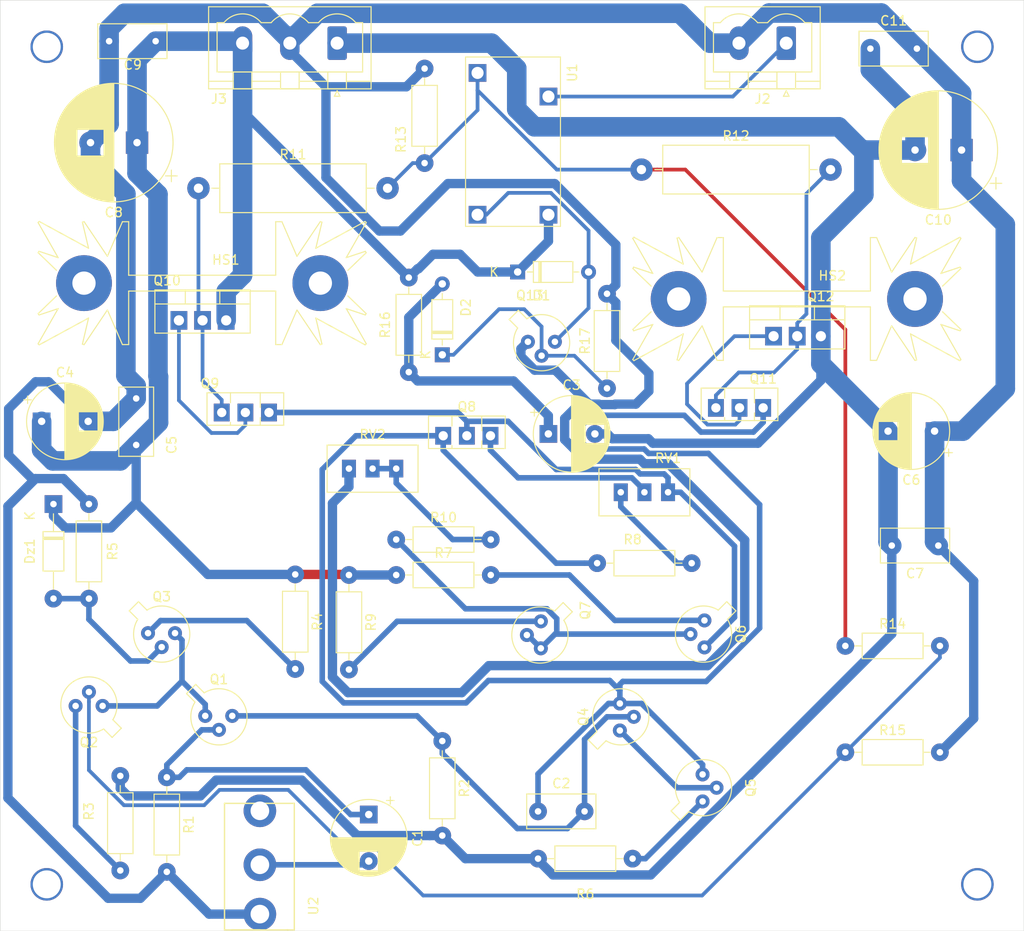
<source format=kicad_pcb>
(kicad_pcb (version 20171130) (host pcbnew "(5.1.5)-3")
  (title_block (title "Amplificateur audio") (date 2020-04-11) (rev V0) (company "INSA Toulouse") (comment 1 "Lenny Laffargue") (comment 2 "Maxime Ramiara") (comment 3 "Yiannis Manzo"))
  (layers (0 F.Cu signal hide) (31 B.Cu signal) (34 B.Paste user) (35 F.Paste user) (36 B.SilkS user) (37 F.SilkS user) (38 B.Mask user) (39 F.Mask user) (44 Edge.Cuts user))
  (net 0 "")
  (net 1 /C1_R1_Q1)
  (net 2 /Jack_T)
  (net 3 /Q5_Q8_Q4_C2)
  (net 4 /Sortie_EtageDiff)
  (net 5 -12V)
  (net 6 /R16_C3_D2)
  (net 7 +12V)
  (net 8 GND)
  (net 9 /Q13_R17)
  (net 10 /Dz1_R5_Q3)
  (net 11 /Relay_J2)
  (net 12 /Q1_Q2_Q3)
  (net 13 /Q3_R4)
  (net 14 /Q4_Q5)
  (net 15 /Q5_R6)
  (net 16 /Q6_R7)
  (net 17 /Q7_Q6)
  (net 18 /RV1_Q8_Q6)
  (net 19 /Q7_R9)
  (net 20 /Q10_Q9_R11)
  (net 21 /Q9_Q10)
  (net 22 /Q11_Q12)
  (net 23 /Q11_Q12_R12)
  (net 24 /R8_RV1)
  (net 25 /RV2_R10)
  (net 26 /Sorti_Push_Pull)
  (net 27 "Net-(U2-PadTN)")
  (net 28 /Relay_Q13)
  (net 29 /Q2_R3)
  (net 30 /Q2_R14_R15)
  (net 31 /Q8_RV2)
  (module CmpAmpliAudio:Relay_1CT (layer F.Cu) (at 100.2 74.3 90)
    (fp_text reference U1 (at 16.51 1.27 90) (layer F.SilkS))
    (fp_text value Relay_1CT)
    (pad c1 thru_hole custom (at 16.49 -8.91 270) (size 1.9 1.9) (drill 1.3) (layers *.Cu *.Mask) (net 26 /Sorti_Push_Pull) (options (clearance outline) (anchor rect)) (primitives))
    (pad b1 thru_hole custom (at 1.25 -8.91 270) (size 1.9 1.9) (drill 1.3) (layers *.Cu *.Mask) (net 28 /Relay_Q13) (options (clearance outline) (anchor rect)) (primitives))
    (pad c2 thru_hole custom (at 13.95 -1.29 270) (size 1.9 1.9) (drill 1.3) (layers *.Cu *.Mask) (net 11 /Relay_J2) (options (clearance outline) (anchor rect)) (primitives))
    (pad b2 thru_hole custom (at 1.25 -1.29 270) (size 1.9 1.9) (drill 1.3) (layers *.Cu *.Mask) (net 7 +12V) (options (clearance outline) (anchor rect)) (primitives))
  )
  (module CmpAmpliAudio:CP_Radial_D8.0mm_P5.00mm (layer F.Cu) (at 79.6 137.5 270)
    (fp_text reference C1 (at 2.5 -5.25 90) (layer F.SilkS))
    (fp_text value 47u)
    (pad 1 thru_hole rect (at 0 0 270) (size 1.9 1.9) (drill 0.8) (layers *.Cu *.Mask) (net 1 /C1_R1_Q1))
    (pad 2 thru_hole circle (at 5 0 270) (size 1.9 1.9) (drill 0.8) (layers *.Cu *.Mask) (net 2 /Jack_T))
  )
  (module CmpAmpliAudio:C_Rect_L7.2mm_W3.5mm_P5.00mm_FKS2_FKP2_MKS2_MKP2 (layer F.Cu) (at 97.79 137.16)
    (fp_text reference C2 (at 2.5 -3) (layer F.SilkS))
    (fp_text value C)
    (pad 1 thru_hole circle (at 0 0) (size 1.9 1.9) (drill 0.7) (layers *.Cu *.Mask) (net 3 /Q5_Q8_Q4_C2))
    (pad 2 thru_hole circle (at 5 0) (size 1.9 1.9) (drill 0.7) (layers *.Cu *.Mask) (net 4 /Sortie_EtageDiff))
  )
  (module CmpAmpliAudio:CP_Radial_D8.0mm_P5.00mm (layer F.Cu) (at 98.9 96.6)
    (fp_text reference C3 (at 2.5 -5.25) (layer F.SilkS))
    (fp_text value 47u)
    (pad 2 thru_hole circle (at 5 0) (size 1.9 1.9) (drill 0.8) (layers *.Cu *.Mask) (net 5 -12V))
    (pad 1 thru_hole rect (at 0 0) (size 1.9 1.9) (drill 0.8) (layers *.Cu *.Mask) (net 6 /R16_C3_D2))
  )
  (module CmpAmpliAudio:CP_Radial_D8.0mm_P5.00mm (layer F.Cu) (at 44.45 95.25)
    (fp_text reference C4 (at 2.5 -5.25) (layer F.SilkS))
    (fp_text value 10u)
    (pad 1 thru_hole rect (at 0 0) (size 1.9 1.9) (drill 0.8) (layers *.Cu *.Mask) (net 7 +12V))
    (pad 2 thru_hole circle (at 5 0) (size 1.9 1.9) (drill 0.8) (layers *.Cu *.Mask) (net 8 GND))
  )
  (module CmpAmpliAudio:C_Rect_L7.2mm_W3.5mm_P5.00mm_FKS2_FKP2_MKS2_MKP2 (layer F.Cu) (at 54.61 97.79 90)
    (fp_text reference C5 (at 0 3.81 90) (layer F.SilkS))
    (fp_text value 100n)
    (pad 1 thru_hole circle (at 0 0 90) (size 1.9 1.9) (drill 0.7) (layers *.Cu *.Mask) (net 7 +12V))
    (pad 2 thru_hole circle (at 5 0 90) (size 1.9 1.9) (drill 0.7) (layers *.Cu *.Mask) (net 8 GND))
  )
  (module CmpAmpliAudio:CP_Radial_D8.0mm_P5.00mm (layer F.Cu) (at 140.4 96.3 180)
    (fp_text reference C6 (at 2.5 -5.25) (layer F.SilkS))
    (fp_text value 10u)
    (pad 2 thru_hole circle (at 5 0 180) (size 1.9 1.9) (drill 0.8) (layers *.Cu *.Mask) (net 5 -12V))
    (pad 1 thru_hole rect (at 0 0 180) (size 1.9 1.9) (drill 0.8) (layers *.Cu *.Mask) (net 8 GND))
  )
  (module CmpAmpliAudio:C_Rect_L7.2mm_W3.5mm_P5.00mm_FKS2_FKP2_MKS2_MKP2 (layer F.Cu) (at 140.8 108.6 180)
    (fp_text reference C7 (at 2.5 -3) (layer F.SilkS))
    (fp_text value 100n)
    (pad 2 thru_hole circle (at 5 0 180) (size 1.9 1.9) (drill 0.7) (layers *.Cu *.Mask) (net 5 -12V))
    (pad 1 thru_hole circle (at 0 0 180) (size 1.9 1.9) (drill 0.7) (layers *.Cu *.Mask) (net 8 GND))
  )
  (module CmpAmpliAudio:CP_Radial_D12.5mm_P5.00mm (layer F.Cu) (at 54.7 65.3 180)
    (fp_text reference C8 (at 2.5 -7.5) (layer F.SilkS))
    (fp_text value 470u)
    (pad 2 thru_hole circle (at 5 0 180) (size 2.4 2.4) (drill 0.8) (layers *.Cu *.Mask) (net 8 GND))
    (pad 1 thru_hole rect (at 0 0 180) (size 2.4 2.4) (drill 0.8) (layers *.Cu *.Mask) (net 7 +12V))
  )
  (module CmpAmpliAudio:C_Rect_L7.2mm_W3.5mm_P5.00mm_FKS2_FKP2_MKS2_MKP2 (layer F.Cu) (at 51.7 54.4)
    (fp_text reference C9 (at 2.54 2.54) (layer F.SilkS))
    (fp_text value 100n)
    (pad 2 thru_hole circle (at 5 0) (size 1.9 1.9) (drill 0.7) (layers *.Cu *.Mask) (net 7 +12V))
    (pad 1 thru_hole circle (at 0 0) (size 1.9 1.9) (drill 0.7) (layers *.Cu *.Mask) (net 8 GND))
  )
  (module CmpAmpliAudio:CP_Radial_D12.5mm_P5.00mm (layer F.Cu) (at 143.3 66.1 180)
    (fp_text reference C10 (at 2.5 -7.5) (layer F.SilkS))
    (fp_text value 470u)
    (pad 1 thru_hole rect (at 0 0 180) (size 2.4 2.4) (drill 0.8) (layers *.Cu *.Mask) (net 8 GND))
    (pad 2 thru_hole circle (at 5 0 180) (size 2.4 2.4) (drill 0.8) (layers *.Cu *.Mask) (net 5 -12V))
  )
  (module CmpAmpliAudio:C_Rect_L7.2mm_W3.5mm_P5.00mm_FKS2_FKP2_MKS2_MKP2 (layer F.Cu) (at 133.5 55.2)
    (fp_text reference C11 (at 2.5 -3) (layer F.SilkS))
    (fp_text value 100n)
    (pad 2 thru_hole circle (at 5 0) (size 1.9 1.9) (drill 0.7) (layers *.Cu *.Mask) (net 8 GND))
    (pad 1 thru_hole circle (at 0 0) (size 1.9 1.9) (drill 0.7) (layers *.Cu *.Mask) (net 5 -12V))
  )
  (module Diode_THT:D_DO-35_SOD27_P7.62mm_Horizontal (layer F.Cu) (at 95.6 79.2)
    (fp_text reference D1 (at 2.54 2.54) (layer F.SilkS))
    (fp_text value 1N4148)
    (fp_text user K (at -2.54 0) (layer F.SilkS))
    (pad 2 thru_hole oval (at 7.62 0) (size 1.6 1.6) (drill 0.8) (layers *.Cu *.Mask) (net 28 /Relay_Q13))
    (pad 1 thru_hole rect (at 0 0) (size 1.6 1.6) (drill 0.8) (layers *.Cu *.Mask) (net 7 +12V))
  )
  (module Diode_THT:D_DO-35_SOD27_P7.62mm_Horizontal (layer F.Cu) (at 87.5 88.1 90)
    (fp_text reference D2 (at 5.08 2.54 90) (layer F.SilkS))
    (fp_text value 1N4148)
    (fp_text user K (at 0 -1.8 90) (layer F.SilkS))
    (pad 1 thru_hole rect (at 0 0 90) (size 1.6 1.6) (drill 0.8) (layers *.Cu *.Mask) (net 9 /Q13_R17))
    (pad 2 thru_hole oval (at 7.62 0 90) (size 1.6 1.6) (drill 0.8) (layers *.Cu *.Mask) (net 6 /R16_C3_D2))
  )
  (module CmpAmpliAudio:D_DO-35_SOD27_P10.16mm_Horizontal (layer F.Cu) (at 45.72 104.14 270)
    (fp_text reference Dz1 (at 5.08 2.54 90) (layer F.SilkS))
    (fp_text value BZX55C5V1)
    (fp_text user K (at 1.27 2.54 90) (layer F.SilkS))
    (pad 1 thru_hole rect (at 0 0 270) (size 1.9 1.9) (drill 0.7) (layers *.Cu *.Mask) (net 7 +12V))
    (pad 2 thru_hole oval (at 10.16 0 270) (size 1.9 1.9) (drill 0.7) (layers *.Cu *.Mask) (net 10 /Dz1_R5_Q3))
  )
  (module CmpAmpliAudio:Heatsink_Fischer_SK104-STC-STIC_35x13mm_2xDrill2.5mm (layer F.Cu) (at 61.7 80.4)
    (fp_text reference HS1 (at 2.54 -2.5) (layer F.SilkS))
    (fp_text value Heatsink)
    (pad 1 thru_hole circle (at -12.7 0 180) (size 6 6) (drill 2.5) (layers *.Cu *.Mask))
    (pad 1 thru_hole circle (at 12.7 0) (size 6 6) (drill 2.5) (layers *.Cu *.Mask))
  )
  (module CmpAmpliAudio:Heatsink_Fischer_SK104-STC-STIC_35x13mm_2xDrill2.5mm (layer F.Cu) (at 125.6 82.1)
    (fp_text reference HS2 (at 3.81 -2.5) (layer F.SilkS))
    (fp_text value Heatsink)
    (pad 1 thru_hole circle (at 12.7 0) (size 6 6) (drill 2.5) (layers *.Cu *.Mask))
    (pad 1 thru_hole circle (at -12.7 0 180) (size 6 6) (drill 2.5) (layers *.Cu *.Mask))
  )
  (module CmpAmpliAudio:PhoenixContact_MSTBVA_2,5_2-G-5,08_1x02_P5.08mm_Vertical (layer F.Cu) (at 124.46 54.61 180)
    (fp_text reference J2 (at 2.54 -6) (layer F.SilkS))
    (fp_text value Conn_01x02)
    (pad 2 thru_hole oval (at 5.08 0 180) (size 2.08 3.6) (drill 1.4) (layers *.Cu *.Mask) (net 8 GND))
    (pad 1 thru_hole roundrect (at 0 0 180) (size 2.08 3.6) (drill 1.4) (layers *.Cu *.Mask) (roundrect_rratio 0.120192) (net 11 /Relay_J2))
  )
  (module CmpAmpliAudio:PhoenixContact_MSTBVA_2,5_3-G-5,08_1x03_P5.08mm_Vertical (layer F.Cu) (at 76.2 54.61 180)
    (fp_text reference J3 (at 12.7 -6) (layer F.SilkS))
    (fp_text value Conn_01x03)
    (pad 1 thru_hole roundrect (at 0 0 180) (size 2.08 3.6) (drill 1.4) (layers *.Cu *.Mask) (roundrect_rratio 0.120192) (net 5 -12V))
    (pad 2 thru_hole oval (at 5.08 0 180) (size 2.08 3.6) (drill 1.4) (layers *.Cu *.Mask) (net 8 GND))
    (pad 3 thru_hole oval (at 10.16 0 180) (size 2.08 3.6) (drill 1.4) (layers *.Cu *.Mask) (net 7 +12V))
  )
  (module CmpAmpliAudio:TO-18-3 (layer F.Cu) (at 62.23 127)
    (fp_text reference Q1 (at 1.27 -4.02) (layer F.SilkS))
    (fp_text value 2N2907)
    (pad 1 thru_hole circle (at -0.2 -0.1) (size 1.5 1.5) (drill 0.7) (layers *.Cu *.Mask) (net 12 /Q1_Q2_Q3))
    (pad 2 thru_hole circle (at 1.27 1.4) (size 1.5 1.5) (drill 0.7) (layers *.Cu *.Mask) (net 1 /C1_R1_Q1))
    (pad 3 thru_hole circle (at 2.7 -0.1) (size 1.5 1.5) (drill 0.7) (layers *.Cu *.Mask) (net 4 /Sortie_EtageDiff))
  )
  (module CmpAmpliAudio:TO-18-3 (layer F.Cu) (at 50.8 125.73 180)
    (fp_text reference Q2 (at 1.27 -4.02) (layer F.SilkS))
    (fp_text value 2N2907)
    (pad 3 thru_hole circle (at 2.7 -0.1 180) (size 1.5 1.5) (drill 0.7) (layers *.Cu *.Mask) (net 29 /Q2_R3))
    (pad 2 thru_hole circle (at 1.27 1.4 180) (size 1.5 1.5) (drill 0.7) (layers *.Cu *.Mask) (net 30 /Q2_R14_R15))
    (pad 1 thru_hole circle (at -0.2 -0.1 180) (size 1.5 1.5) (drill 0.7) (layers *.Cu *.Mask) (net 12 /Q1_Q2_Q3))
  )
  (module CmpAmpliAudio:TO-18-3 (layer F.Cu) (at 56.08 118.11)
    (fp_text reference Q3 (at 1.27 -4.02) (layer F.SilkS))
    (fp_text value 2N2907)
    (pad 3 thru_hole circle (at 2.7 -0.1) (size 1.5 1.5) (drill 0.7) (layers *.Cu *.Mask) (net 12 /Q1_Q2_Q3))
    (pad 2 thru_hole circle (at 1.27 1.4) (size 1.5 1.5) (drill 0.7) (layers *.Cu *.Mask) (net 10 /Dz1_R5_Q3))
    (pad 1 thru_hole circle (at -0.2 -0.1) (size 1.5 1.5) (drill 0.7) (layers *.Cu *.Mask) (net 13 /Q3_R4))
  )
  (module CmpAmpliAudio:TO-18-3 (layer F.Cu) (at 106.68 128.27 90)
    (fp_text reference Q4 (at 1.27 -4.02 90) (layer F.SilkS))
    (fp_text value 2N2222)
    (pad 1 thru_hole circle (at -0.2 -0.1 90) (size 1.5 1.5) (drill 0.7) (layers *.Cu *.Mask) (net 14 /Q4_Q5))
    (pad 2 thru_hole circle (at 1.27 1.4 90) (size 1.5 1.5) (drill 0.7) (layers *.Cu *.Mask) (net 4 /Sortie_EtageDiff))
    (pad 3 thru_hole circle (at 2.7 -0.1 90) (size 1.5 1.5) (drill 0.7) (layers *.Cu *.Mask) (net 3 /Q5_Q8_Q4_C2))
  )
  (module CmpAmpliAudio:TO-18-3 (layer F.Cu) (at 115.57 135.89 90)
    (fp_text reference Q5 (at 1.27 5.08 90) (layer F.SilkS))
    (fp_text value 2N2222)
    (pad 3 thru_hole circle (at 2.7 -0.1 90) (size 1.5 1.5) (drill 0.7) (layers *.Cu *.Mask) (net 3 /Q5_Q8_Q4_C2))
    (pad 2 thru_hole circle (at 1.27 1.4 90) (size 1.5 1.5) (drill 0.7) (layers *.Cu *.Mask) (net 14 /Q4_Q5))
    (pad 1 thru_hole circle (at -0.2 -0.1 90) (size 1.5 1.5) (drill 0.7) (layers *.Cu *.Mask) (net 15 /Q5_R6))
  )
  (module CmpAmpliAudio:TO-18-3 (layer F.Cu) (at 115.57 116.84 270)
    (fp_text reference Q6 (at 1.27 -4.02 90) (layer F.SilkS))
    (fp_text value 2N2907)
    (pad 1 thru_hole circle (at -0.2 -0.1 270) (size 1.5 1.5) (drill 0.7) (layers *.Cu *.Mask) (net 16 /Q6_R7))
    (pad 2 thru_hole circle (at 1.27 1.4 270) (size 1.5 1.5) (drill 0.7) (layers *.Cu *.Mask) (net 17 /Q7_Q6))
    (pad 3 thru_hole circle (at 2.7 -0.1 270) (size 1.5 1.5) (drill 0.7) (layers *.Cu *.Mask) (net 18 /RV1_Q8_Q6))
  )
  (module CmpAmpliAudio:TO-18-3 (layer F.Cu) (at 97.99 116.94 270)
    (fp_text reference Q7 (at -1.37 -4.88 90) (layer F.SilkS))
    (fp_text value 2N2907)
    (pad 3 thru_hole circle (at 2.7 -0.1 270) (size 1.5 1.5) (drill 0.7) (layers *.Cu *.Mask) (net 17 /Q7_Q6))
    (pad 2 thru_hole circle (at 1.27 1.4 270) (size 1.5 1.5) (drill 0.7) (layers *.Cu *.Mask) (net 17 /Q7_Q6))
    (pad 1 thru_hole circle (at -0.2 -0.1 270) (size 1.5 1.5) (drill 0.7) (layers *.Cu *.Mask) (net 19 /Q7_R9))
  )
  (module CmpAmpliAudio:TO-126-3_Vertical (layer F.Cu) (at 87.6 96.8)
    (fp_text reference Q8 (at 2.54 -3.12) (layer F.SilkS))
    (fp_text value BD139)
    (pad 1 thru_hole rect (at 0 0) (size 1.7 1.9) (drill 1) (layers *.Cu *.Mask) (net 3 /Q5_Q8_Q4_C2))
    (pad 2 thru_hole rect (at 2.54 0) (size 1.7 1.9) (drill 1) (layers *.Cu *.Mask) (net 18 /RV1_Q8_Q6))
    (pad 3 thru_hole rect (at 5.08 0) (size 1.7 1.9) (drill 1) (layers *.Cu *.Mask) (net 31 /Q8_RV2))
  )
  (module CmpAmpliAudio:TO-126-3_Vertical (layer F.Cu) (at 63.8 94.3)
    (fp_text reference Q9 (at -1.27 -3.12) (layer F.SilkS))
    (fp_text value BD139)
    (pad 1 thru_hole rect (at 0 0) (size 1.7 1.9) (drill 1) (layers *.Cu *.Mask) (net 20 /Q10_Q9_R11))
    (pad 2 thru_hole rect (at 2.54 0) (size 1.7 1.9) (drill 1) (layers *.Cu *.Mask) (net 21 /Q9_Q10))
    (pad 3 thru_hole rect (at 5.08 0) (size 1.7 1.9) (drill 1) (layers *.Cu *.Mask) (net 18 /RV1_Q8_Q6))
  )
  (module CmpAmpliAudio:TO-220-3_Vertical (layer F.Cu) (at 59.2 84.4)
    (fp_text reference Q10 (at -1.27 -4.27) (layer F.SilkS))
    (fp_text value TIP32)
    (pad 1 thru_hole rect (at 0 0) (size 1.8 2) (drill 1.1) (layers *.Cu *.Mask) (net 21 /Q9_Q10))
    (pad 2 thru_hole rect (at 2.54 0) (size 1.8 2) (drill 1.1) (layers *.Cu *.Mask) (net 20 /Q10_Q9_R11))
    (pad 3 thru_hole rect (at 5.08 0) (size 1.8 2) (drill 1.1) (layers *.Cu *.Mask) (net 7 +12V))
  )
  (module CmpAmpliAudio:TO-126-3_Vertical (layer F.Cu) (at 116.9 93.8)
    (fp_text reference Q11 (at 5.08 -3.12) (layer F.SilkS))
    (fp_text value BD138)
    (pad 3 thru_hole rect (at 5.08 0) (size 1.7 1.9) (drill 1) (layers *.Cu *.Mask) (net 3 /Q5_Q8_Q4_C2))
    (pad 2 thru_hole rect (at 2.54 0) (size 1.7 1.9) (drill 1) (layers *.Cu *.Mask) (net 22 /Q11_Q12))
    (pad 1 thru_hole rect (at 0 0) (size 1.7 1.9) (drill 1) (layers *.Cu *.Mask) (net 23 /Q11_Q12_R12))
  )
  (module CmpAmpliAudio:TO-220-3_Vertical (layer F.Cu) (at 123.1 86.1)
    (fp_text reference Q12 (at 5.08 -4.27) (layer F.SilkS))
    (fp_text value TIP31)
    (pad 3 thru_hole rect (at 5.08 0) (size 1.8 2) (drill 1.1) (layers *.Cu *.Mask) (net 5 -12V))
    (pad 2 thru_hole rect (at 2.54 0) (size 1.8 2) (drill 1.1) (layers *.Cu *.Mask) (net 23 /Q11_Q12_R12))
    (pad 1 thru_hole rect (at 0 0) (size 1.8 2) (drill 1.1) (layers *.Cu *.Mask) (net 22 /Q11_Q12))
  )
  (module CmpAmpliAudio:TO-18-3 (layer F.Cu) (at 96.9 86.8)
    (fp_text reference Q13 (at 0 -5.08) (layer F.SilkS))
    (fp_text value 2N2222)
    (pad 1 thru_hole circle (at -0.2 -0.1) (size 1.5 1.5) (drill 0.7) (layers *.Cu *.Mask) (net 8 GND))
    (pad 2 thru_hole circle (at 1.27 1.4) (size 1.5 1.5) (drill 0.7) (layers *.Cu *.Mask) (net 9 /Q13_R17))
    (pad 3 thru_hole circle (at 2.7 -0.1) (size 1.5 1.5) (drill 0.7) (layers *.Cu *.Mask) (net 28 /Relay_Q13))
  )
  (module CmpAmpliAudio:R_Axial_DIN0207_L6.3mm_D2.5mm_P10.16mm_Horizontal (layer F.Cu) (at 57.9 133.5 270)
    (fp_text reference R1 (at 5.08 -2.37 90) (layer F.SilkS))
    (fp_text value R)
    (pad 1 thru_hole circle (at 0 0 270) (size 1.9 1.9) (drill 0.7) (layers *.Cu *.Mask) (net 1 /C1_R1_Q1))
    (pad 2 thru_hole circle (at 10.16 0 270) (size 1.9 1.9) (drill 0.7) (layers *.Cu *.Mask) (net 8 GND))
  )
  (module CmpAmpliAudio:R_Axial_DIN0207_L6.3mm_D2.5mm_P10.16mm_Horizontal (layer F.Cu) (at 87.5 129.6 270)
    (fp_text reference R2 (at 5.08 -2.37 90) (layer F.SilkS))
    (fp_text value R)
    (pad 2 thru_hole circle (at 10.16 0 270) (size 1.9 1.9) (drill 0.7) (layers *.Cu *.Mask) (net 5 -12V))
    (pad 1 thru_hole circle (at 0 0 270) (size 1.9 1.9) (drill 0.7) (layers *.Cu *.Mask) (net 4 /Sortie_EtageDiff))
  )
  (module CmpAmpliAudio:R_Axial_DIN0207_L6.3mm_D2.5mm_P10.16mm_Horizontal (layer F.Cu) (at 52.9 143.51 90)
    (fp_text reference R3 (at 6.35 -3.37 90) (layer F.SilkS))
    (fp_text value R)
    (pad 1 thru_hole circle (at 0 0 90) (size 1.9 1.9) (drill 0.7) (layers *.Cu *.Mask) (net 29 /Q2_R3))
    (pad 2 thru_hole circle (at 10.16 0 90) (size 1.9 1.9) (drill 0.7) (layers *.Cu *.Mask) (net 5 -12V))
  )
  (module CmpAmpliAudio:R_Axial_DIN0207_L6.3mm_D2.5mm_P10.16mm_Horizontal (layer F.Cu) (at 71.7 111.7 270)
    (fp_text reference R4 (at 5.08 -2.37 90) (layer F.SilkS))
    (fp_text value R)
    (pad 1 thru_hole circle (at 0 0 270) (size 1.9 1.9) (drill 0.7) (layers *.Cu *.Mask) (net 7 +12V))
    (pad 2 thru_hole circle (at 10.16 0 270) (size 1.9 1.9) (drill 0.7) (layers *.Cu *.Mask) (net 13 /Q3_R4))
  )
  (module CmpAmpliAudio:R_Axial_DIN0207_L6.3mm_D2.5mm_P10.16mm_Horizontal (layer F.Cu) (at 49.53 114.3 90)
    (fp_text reference R5 (at 5.08 2.54 90) (layer F.SilkS))
    (fp_text value R)
    (pad 1 thru_hole circle (at 0 0 90) (size 1.9 1.9) (drill 0.7) (layers *.Cu *.Mask) (net 10 /Dz1_R5_Q3))
    (pad 2 thru_hole circle (at 10.16 0 90) (size 1.9 1.9) (drill 0.7) (layers *.Cu *.Mask) (net 8 GND))
  )
  (module CmpAmpliAudio:R_Axial_DIN0207_L6.3mm_D2.5mm_P10.16mm_Horizontal (layer F.Cu) (at 107.95 142.24 180)
    (fp_text reference R6 (at 5.08 -3.81) (layer F.SilkS))
    (fp_text value R)
    (pad 1 thru_hole circle (at 0 0 180) (size 1.9 1.9) (drill 0.7) (layers *.Cu *.Mask) (net 15 /Q5_R6))
    (pad 2 thru_hole circle (at 10.16 0 180) (size 1.9 1.9) (drill 0.7) (layers *.Cu *.Mask) (net 5 -12V))
  )
  (module CmpAmpliAudio:R_Axial_DIN0207_L6.3mm_D2.5mm_P10.16mm_Horizontal (layer F.Cu) (at 82.55 111.76)
    (fp_text reference R7 (at 5.08 -2.37) (layer F.SilkS))
    (fp_text value R)
    (pad 2 thru_hole circle (at 10.16 0) (size 1.9 1.9) (drill 0.7) (layers *.Cu *.Mask) (net 16 /Q6_R7))
    (pad 1 thru_hole circle (at 0 0) (size 1.9 1.9) (drill 0.7) (layers *.Cu *.Mask) (net 7 +12V))
  )
  (module CmpAmpliAudio:R_Axial_DIN0207_L6.3mm_D2.5mm_P10.16mm_Horizontal (layer F.Cu) (at 104.14 110.49)
    (fp_text reference R8 (at 3.81 -2.54) (layer F.SilkS))
    (fp_text value R)
    (pad 2 thru_hole circle (at 10.16 0) (size 1.9 1.9) (drill 0.7) (layers *.Cu *.Mask) (net 24 /R8_RV1))
    (pad 1 thru_hole circle (at 0 0) (size 1.9 1.9) (drill 0.7) (layers *.Cu *.Mask) (net 3 /Q5_Q8_Q4_C2))
  )
  (module CmpAmpliAudio:R_Axial_DIN0207_L6.3mm_D2.5mm_P10.16mm_Horizontal (layer F.Cu) (at 77.47 111.76 270)
    (fp_text reference R9 (at 5.08 -2.37 90) (layer F.SilkS))
    (fp_text value R)
    (pad 1 thru_hole circle (at 0 0 270) (size 1.9 1.9) (drill 0.7) (layers *.Cu *.Mask) (net 7 +12V))
    (pad 2 thru_hole circle (at 10.16 0 270) (size 1.9 1.9) (drill 0.7) (layers *.Cu *.Mask) (net 19 /Q7_R9))
  )
  (module CmpAmpliAudio:R_Axial_DIN0207_L6.3mm_D2.5mm_P10.16mm_Horizontal (layer F.Cu) (at 82.55 107.95)
    (fp_text reference R10 (at 5.08 -2.37) (layer F.SilkS))
    (fp_text value R)
    (pad 1 thru_hole circle (at 0 0) (size 1.9 1.9) (drill 0.7) (layers *.Cu *.Mask) (net 17 /Q7_Q6))
    (pad 2 thru_hole circle (at 10.16 0) (size 1.9 1.9) (drill 0.7) (layers *.Cu *.Mask) (net 25 /RV2_R10))
  )
  (module CmpAmpliAudio:R_Axial_DIN0516_L15.5mm_D5.0mm_P20.32mm_Horizontal (layer F.Cu) (at 61.3 70.2)
    (fp_text reference R11 (at 10.16 -3.62) (layer F.SilkS))
    (fp_text value R)
    (pad 1 thru_hole circle (at 0 0) (size 2.4 2.4) (drill 1) (layers *.Cu *.Mask) (net 20 /Q10_Q9_R11))
    (pad 2 thru_hole oval (at 20.32 0) (size 2.4 2.4) (drill 1) (layers *.Cu *.Mask) (net 26 /Sorti_Push_Pull))
  )
  (module CmpAmpliAudio:R_Axial_DIN0516_L15.5mm_D5.0mm_P20.32mm_Horizontal (layer F.Cu) (at 108.9 68.2)
    (fp_text reference R12 (at 10.16 -3.62) (layer F.SilkS))
    (fp_text value R)
    (pad 2 thru_hole oval (at 20.32 0) (size 2.4 2.4) (drill 1) (layers *.Cu *.Mask) (net 23 /Q11_Q12_R12))
    (pad 1 thru_hole circle (at 0 0) (size 2.4 2.4) (drill 1) (layers *.Cu *.Mask) (net 26 /Sorti_Push_Pull))
  )
  (module CmpAmpliAudio:R_Axial_DIN0207_L6.3mm_D2.5mm_P10.16mm_Horizontal (layer F.Cu) (at 85.6 67.5 90)
    (fp_text reference R13 (at 2.54 -2.54 90) (layer F.SilkS))
    (fp_text value R)
    (pad 2 thru_hole circle (at 10.16 0 90) (size 1.9 1.9) (drill 0.7) (layers *.Cu *.Mask) (net 8 GND))
    (pad 1 thru_hole circle (at 0 0 90) (size 1.9 1.9) (drill 0.7) (layers *.Cu *.Mask) (net 26 /Sorti_Push_Pull))
  )
  (module CmpAmpliAudio:R_Axial_DIN0207_L6.3mm_D2.5mm_P10.16mm_Horizontal (layer F.Cu) (at 130.81 119.38)
    (fp_text reference R14 (at 5.08 -2.37) (layer F.SilkS))
    (fp_text value R)
    (pad 2 thru_hole circle (at 10.16 0) (size 1.9 1.9) (drill 0.7) (layers *.Cu *.Mask) (net 30 /Q2_R14_R15))
    (pad 1 thru_hole circle (at 0 0) (size 1.9 1.9) (drill 0.7) (layers *.Cu *.Mask) (net 26 /Sorti_Push_Pull))
  )
  (module CmpAmpliAudio:R_Axial_DIN0207_L6.3mm_D2.5mm_P10.16mm_Horizontal (layer F.Cu) (at 130.81 130.81)
    (fp_text reference R15 (at 5.08 -2.37) (layer F.SilkS))
    (fp_text value R)
    (pad 1 thru_hole circle (at 0 0) (size 1.9 1.9) (drill 0.7) (layers *.Cu *.Mask) (net 30 /Q2_R14_R15))
    (pad 2 thru_hole circle (at 10.16 0) (size 1.9 1.9) (drill 0.7) (layers *.Cu *.Mask) (net 8 GND))
  )
  (module CmpAmpliAudio:R_Axial_DIN0207_L6.3mm_D2.5mm_P10.16mm_Horizontal (layer F.Cu) (at 83.9 79.8 270)
    (fp_text reference R16 (at 5.08 2.54 90) (layer F.SilkS))
    (fp_text value R)
    (pad 2 thru_hole circle (at 10.16 0 270) (size 1.9 1.9) (drill 0.7) (layers *.Cu *.Mask) (net 6 /R16_C3_D2))
    (pad 1 thru_hole circle (at 0 0 270) (size 1.9 1.9) (drill 0.7) (layers *.Cu *.Mask) (net 7 +12V))
  )
  (module CmpAmpliAudio:R_Axial_DIN0207_L6.3mm_D2.5mm_P10.16mm_Horizontal (layer F.Cu) (at 105.2 91.7 90)
    (fp_text reference R17 (at 5.08 -2.37 90) (layer F.SilkS))
    (fp_text value R)
    (pad 2 thru_hole circle (at 10.16 0 90) (size 1.9 1.9) (drill 0.7) (layers *.Cu *.Mask) (net 8 GND))
    (pad 1 thru_hole circle (at 0 0 90) (size 1.9 1.9) (drill 0.7) (layers *.Cu *.Mask) (net 9 /Q13_R17))
  )
  (module CmpAmpliAudio:Potentiometer_Bourns_3296W_Vertical (layer F.Cu) (at 111.76 102.87)
    (fp_text reference RV1 (at 0 -3.66) (layer F.SilkS))
    (fp_text value R_POT)
    (pad 3 thru_hole rect (at -5.08 0) (size 1.5 1.9) (drill 0.7) (layers *.Cu *.Mask) (net 24 /R8_RV1))
    (pad 2 thru_hole rect (at -2.54 0) (size 1.5 1.9) (drill 0.7) (layers *.Cu *.Mask) (net 31 /Q8_RV2))
    (pad 1 thru_hole rect (at 0 0) (size 1.5 1.9) (drill 0.7) (layers *.Cu *.Mask) (net 18 /RV1_Q8_Q6))
  )
  (module CmpAmpliAudio:Potentiometer_Bourns_3296W_Vertical (layer F.Cu) (at 82.55 100.33)
    (fp_text reference RV2 (at -2.54 -3.66) (layer F.SilkS))
    (fp_text value R_POT)
    (pad 1 thru_hole rect (at 0 0) (size 1.5 1.9) (drill 0.7) (layers *.Cu *.Mask) (net 25 /RV2_R10))
    (pad 2 thru_hole rect (at -2.54 0) (size 1.5 1.9) (drill 0.7) (layers *.Cu *.Mask) (net 25 /RV2_R10))
    (pad 3 thru_hole rect (at -5.08 0) (size 1.5 1.9) (drill 0.7) (layers *.Cu *.Mask) (net 8 GND))
  )
  (module CmpAmpliAudio:Jack_35RAPC2AV (layer F.Cu) (at 67.9 150.3 90)
    (fp_text reference U2 (at 2.98 5.76 90) (layer F.SilkS))
    (fp_text value Jack_Mono)
    (pad TN thru_hole circle (at 13.2 0 90) (size 3.5 3.5) (drill 2) (layers *.Cu *.Mask) (net 27 "Net-(U2-PadTN)"))
    (pad G thru_hole circle (at 2.1 0 90) (size 3.5 3.5) (drill 2) (layers *.Cu *.Mask) (net 8 GND))
    (pad T thru_hole circle (at 7.4 0 90) (size 3.5 3.5) (drill 2) (layers *.Cu *.Mask) (net 2 /Jack_T))
  )
  (gr_line (start 40 50) (end 40 150) (layer Edge.Cuts) (width 0.05))
  (gr_line (start 150 50) (end 40 50) (layer Edge.Cuts) (width 0.05))
  (gr_line (start 150 150) (end 150 50) (layer Edge.Cuts) (width 0.05))
  (gr_line (start 40 150) (end 150 150) (layer Edge.Cuts) (width 0.05))
  (via (at 45 55) (size 3.5) (drill 3) (layers F.Cu B.Cu) (net 0))
  (via (at 145 55) (size 3.5) (drill 3) (layers F.Cu B.Cu) (net 0))
  (via (at 145 145) (size 3.5) (drill 3) (layers F.Cu B.Cu) (net 0))
  (via (at 45 145) (size 3.5) (drill 3) (layers F.Cu B.Cu) (net 0))
  (segment (start 61.656498 128.4) (end 62.43934 128.4) (width 0.6) (layer B.Cu) (net 1))
  (segment (start 57.9 132.156498) (end 61.656498 128.4) (width 0.6) (layer B.Cu) (net 1))
  (segment (start 62.43934 128.4) (end 63.5 128.4) (width 0.6) (layer B.Cu) (net 1))
  (segment (start 57.9 133.5) (end 57.9 132.156498) (width 0.6) (layer B.Cu) (net 1))
  (segment (start 72.85 132.7) (end 60.043502 132.7) (width 0.6) (layer B.Cu) (net 1))
  (segment (start 59.243502 133.5) (end 57.9 133.5) (width 0.6) (layer B.Cu) (net 1))
  (segment (start 60.043502 132.7) (end 59.243502 133.5) (width 0.6) (layer B.Cu) (net 1))
  (segment (start 79.6 137.5) (end 77.65 137.5) (width 0.6) (layer B.Cu) (net 1))
  (segment (start 77.65 137.5) (end 72.85 132.7) (width 0.6) (layer B.Cu) (net 1))
  (segment (start 79.2 142.9) (end 79.6 142.5) (width 0.6) (layer B.Cu) (net 2))
  (segment (start 67.9 142.9) (end 79.2 142.9) (width 0.6) (layer B.Cu) (net 2))
  (segment (start 105.51934 125.57) (end 106.58 125.57) (width 0.6) (layer B.Cu) (net 3))
  (segment (start 105.357194 125.57) (end 105.51934 125.57) (width 0.6) (layer B.Cu) (net 3))
  (segment (start 97.79 133.137194) (end 105.357194 125.57) (width 0.6) (layer B.Cu) (net 3))
  (segment (start 97.79 137.16) (end 97.79 133.137194) (width 0.6) (layer B.Cu) (net 3))
  (segment (start 115.47 132.12934) (end 115.47 133.19) (width 0.6) (layer B.Cu) (net 3))
  (segment (start 108.91066 125.57) (end 115.47 132.12934) (width 0.6) (layer B.Cu) (net 3))
  (segment (start 106.58 125.57) (end 108.91066 125.57) (width 0.6) (layer B.Cu) (net 3))
  (segment (start 102.796498 110.49) (end 104.14 110.49) (width 0.6) (layer B.Cu) (net 3))
  (segment (start 87.6 98.35) (end 99.74 110.49) (width 0.6) (layer B.Cu) (net 3))
  (segment (start 99.74 110.49) (end 102.796498 110.49) (width 0.6) (layer B.Cu) (net 3))
  (segment (start 87.6 96.8) (end 87.6 98.35) (width 0.6) (layer B.Cu) (net 3))
  (segment (start 106.58 125.57) (end 106.58 124.18) (width 0.6) (layer B.Cu) (net 3))
  (segment (start 106.58 124.18) (end 105.5 123.1) (width 0.6) (layer B.Cu) (net 3))
  (segment (start 105.5 123.1) (end 92.455648 123.1) (width 0.6) (layer B.Cu) (net 3))
  (segment (start 86.15 96.8) (end 87.6 96.8) (width 0.6) (layer B.Cu) (net 3))
  (segment (start 92.455648 123.1) (end 90.055639 125.50001) (width 0.6) (layer B.Cu) (net 3))
  (segment (start 90.055639 125.50001) (end 76.904359 125.50001) (width 0.6) (layer B.Cu) (net 3))
  (segment (start 76.904359 125.50001) (end 74.59999 123.195641) (width 0.6) (layer B.Cu) (net 3))
  (segment (start 74.59999 123.195641) (end 74.59999 100.420008) (width 0.6) (layer B.Cu) (net 3))
  (segment (start 74.59999 100.420008) (end 78.219998 96.8) (width 0.6) (layer B.Cu) (net 3))
  (segment (start 78.219998 96.8) (end 86.15 96.8) (width 0.6) (layer B.Cu) (net 3))
  (segment (start 121.98 95.35) (end 121.98 93.8) (width 0.6) (layer B.Cu) (net 3))
  (segment (start 101.8 96.8) (end 101.8 96.405998) (width 0.6) (layer B.Cu) (net 3))
  (segment (start 103.219966 98.219966) (end 101.8 96.8) (width 0.6) (layer B.Cu) (net 3))
  (segment (start 109.194074 98.219967) (end 103.219966 98.219966) (width 0.6) (layer B.Cu) (net 3))
  (segment (start 116.100011 98.700011) (end 109.674119 98.70001) (width 0.6) (layer B.Cu) (net 3))
  (segment (start 121.6 104.2) (end 116.100011 98.700011) (width 0.6) (layer B.Cu) (net 3))
  (segment (start 109.674119 98.70001) (end 109.194074 98.219967) (width 0.6) (layer B.Cu) (net 3))
  (segment (start 121.6 117.459651) (end 121.6 104.2) (width 0.6) (layer B.Cu) (net 3))
  (segment (start 113.5 94.6) (end 115.3 96.4) (width 0.6) (layer B.Cu) (net 3))
  (segment (start 106.58 123.52) (end 106.9 123.2) (width 0.6) (layer B.Cu) (net 3))
  (segment (start 115.859651 123.2) (end 121.6 117.459651) (width 0.6) (layer B.Cu) (net 3))
  (segment (start 106.9 123.2) (end 115.859651 123.2) (width 0.6) (layer B.Cu) (net 3))
  (segment (start 106.58 124.18) (end 106.58 123.52) (width 0.6) (layer B.Cu) (net 3))
  (segment (start 101.8 96.405998) (end 103.605998 94.6) (width 0.6) (layer B.Cu) (net 3))
  (segment (start 103.605998 94.6) (end 113.5 94.6) (width 0.6) (layer B.Cu) (net 3))
  (segment (start 115.3 96.4) (end 120.93 96.4) (width 0.6) (layer B.Cu) (net 3))
  (segment (start 120.93 96.4) (end 121.98 95.35) (width 0.6) (layer B.Cu) (net 3))
  (segment (start 84.8 126.9) (end 87.5 129.6) (width 0.6) (layer B.Cu) (net 4))
  (segment (start 64.93 126.9) (end 84.8 126.9) (width 0.6) (layer B.Cu) (net 4))
  (segment (start 87.5 130.943502) (end 95.556498 139) (width 0.6) (layer B.Cu) (net 4))
  (segment (start 87.5 129.6) (end 87.5 130.943502) (width 0.6) (layer B.Cu) (net 4))
  (segment (start 100.95 139) (end 102.79 137.16) (width 0.6) (layer B.Cu) (net 4))
  (segment (start 95.556498 139) (end 100.95 139) (width 0.6) (layer B.Cu) (net 4))
  (segment (start 108.08 127) (end 105.2 127) (width 0.6) (layer B.Cu) (net 4))
  (segment (start 102.79 129.41) (end 102.79 137.16) (width 0.6) (layer B.Cu) (net 4))
  (segment (start 105.2 127) (end 102.79 129.41) (width 0.6) (layer B.Cu) (net 4))
  (segment (start 76.2 54.61) (end 92.79 54.61) (width 2.1) (layer B.Cu) (net 5))
  (segment (start 92.79 54.61) (end 95.5 57.32) (width 2.1) (layer B.Cu) (net 5))
  (segment (start 95.5 57.32) (end 95.5 61.7) (width 2.1) (layer B.Cu) (net 5))
  (segment (start 95.5 61.7) (end 97.4 63.6) (width 2.1) (layer B.Cu) (net 5))
  (segment (start 97.4 63.6) (end 130.1 63.6) (width 2.1) (layer B.Cu) (net 5))
  (segment (start 130.1 63.6) (end 132.8 66.3) (width 2.1) (layer B.Cu) (net 5))
  (segment (start 132.8 66.3) (end 132.8 70.9) (width 2.1) (layer B.Cu) (net 5))
  (segment (start 128.18 75.52) (end 128.18 86.1) (width 2.1) (layer B.Cu) (net 5))
  (segment (start 132.8 70.9) (end 128.18 75.52) (width 2.1) (layer B.Cu) (net 5))
  (segment (start 128.18 89.08) (end 135.4 96.3) (width 2.1) (layer B.Cu) (net 5))
  (segment (start 128.18 86.1) (end 128.18 89.08) (width 2.1) (layer B.Cu) (net 5))
  (segment (start 135.4 108.2) (end 135.8 108.6) (width 2.1) (layer B.Cu) (net 5))
  (segment (start 135.4 96.3) (end 135.4 108.2) (width 2.1) (layer B.Cu) (net 5))
  (segment (start 52.9 134.693502) (end 53.706498 135.5) (width 1) (layer B.Cu) (net 5))
  (segment (start 52.9 133.35) (end 52.9 134.693502) (width 1) (layer B.Cu) (net 5))
  (segment (start 86.156498 139.76) (end 87.5 139.76) (width 1) (layer B.Cu) (net 5))
  (segment (start 72.394362 133.80001) (end 78.354352 139.76) (width 1) (layer B.Cu) (net 5))
  (segment (start 63.19999 133.80001) (end 72.394362 133.80001) (width 1) (layer B.Cu) (net 5))
  (segment (start 78.354352 139.76) (end 86.156498 139.76) (width 1) (layer B.Cu) (net 5))
  (segment (start 61.5 135.5) (end 63.19999 133.80001) (width 1) (layer B.Cu) (net 5))
  (segment (start 53.706498 135.5) (end 61.5 135.5) (width 1) (layer B.Cu) (net 5))
  (segment (start 89.98 142.24) (end 97.79 142.24) (width 1) (layer B.Cu) (net 5))
  (segment (start 87.5 139.76) (end 89.98 142.24) (width 1) (layer B.Cu) (net 5))
  (segment (start 133 66.1) (end 138.3 66.1) (width 2.1) (layer B.Cu) (net 5))
  (segment (start 132.8 66.3) (end 133 66.1) (width 2.1) (layer B.Cu) (net 5))
  (segment (start 133.5 55.2) (end 133.5 57.5) (width 2.1) (layer B.Cu) (net 5))
  (segment (start 138.3 62.3) (end 138.3 66.1) (width 2.1) (layer B.Cu) (net 5))
  (segment (start 133.5 57.5) (end 138.3 62.3) (width 2.1) (layer B.Cu) (net 5))
  (segment (start 97.79 142.39) (end 99.390001 143.990001) (width 1) (layer B.Cu) (net 5))
  (segment (start 135.8 109.943502) (end 135.8 108.6) (width 1) (layer B.Cu) (net 5))
  (segment (start 97.79 142.24) (end 97.79 142.39) (width 1) (layer B.Cu) (net 5))
  (segment (start 99.390001 143.990001) (end 109.894001 143.990001) (width 1) (layer B.Cu) (net 5))
  (segment (start 109.894001 143.990001) (end 135.8 118.084002) (width 1) (layer B.Cu) (net 5))
  (segment (start 135.8 118.084002) (end 135.8 109.943502) (width 1) (layer B.Cu) (net 5))
  (segment (start 105.243502 96.6) (end 103.9 96.6) (width 1) (layer B.Cu) (net 5))
  (segment (start 105.763458 97.119956) (end 105.243502 96.6) (width 1) (layer B.Cu) (net 5))
  (segment (start 128.18 89.08) (end 128.18 90.840002) (width 1) (layer B.Cu) (net 5))
  (segment (start 109.649712 97.119957) (end 105.763458 97.119956) (width 1) (layer B.Cu) (net 5))
  (segment (start 128.18 90.840002) (end 121.420002 97.6) (width 1) (layer B.Cu) (net 5))
  (segment (start 121.420002 97.6) (end 110.129756 97.6) (width 1) (layer B.Cu) (net 5))
  (segment (start 110.129756 97.6) (end 109.649712 97.119957) (width 1) (layer B.Cu) (net 5))
  (segment (start 83.9 84.08) (end 83.9 89.96) (width 1) (layer B.Cu) (net 6))
  (segment (start 87.5 80.48) (end 83.9 84.08) (width 1) (layer B.Cu) (net 6))
  (segment (start 98.9 94.65) (end 98.9 96.6) (width 1) (layer B.Cu) (net 6))
  (segment (start 95.159999 90.909999) (end 98.9 94.65) (width 1) (layer B.Cu) (net 6))
  (segment (start 84.849999 90.909999) (end 95.159999 90.909999) (width 1) (layer B.Cu) (net 6))
  (segment (start 83.9 89.96) (end 84.849999 90.909999) (width 1) (layer B.Cu) (net 6))
  (segment (start 56.91 54.61) (end 56.7 54.4) (width 1) (layer F.Cu) (net 7))
  (segment (start 65.83 54.4) (end 66.04 54.61) (width 1) (layer B.Cu) (net 7))
  (segment (start 56.7 54.4) (end 65.83 54.4) (width 2.1) (layer B.Cu) (net 7))
  (segment (start 54.61 103.99) (end 54.61 97.79) (width 1) (layer B.Cu) (net 7))
  (segment (start 66.04 61.94) (end 83.9 79.8) (width 1) (layer B.Cu) (net 7))
  (segment (start 66.04 54.61) (end 66.04 61.94) (width 1) (layer B.Cu) (net 7))
  (segment (start 84.849999 78.850001) (end 84.949999 78.850001) (width 1) (layer B.Cu) (net 7))
  (segment (start 83.9 79.8) (end 84.849999 78.850001) (width 1) (layer B.Cu) (net 7))
  (segment (start 84.949999 78.850001) (end 86.5 77.3) (width 1) (layer B.Cu) (net 7))
  (segment (start 86.5 77.3) (end 89.4 77.3) (width 1) (layer B.Cu) (net 7))
  (segment (start 91.3 79.2) (end 95.6 79.2) (width 1) (layer B.Cu) (net 7))
  (segment (start 89.4 77.3) (end 91.3 79.2) (width 1) (layer B.Cu) (net 7))
  (segment (start 98.91 75.89) (end 95.6 79.2) (width 1) (layer B.Cu) (net 7))
  (segment (start 98.91 73.05) (end 98.91 75.89) (width 1) (layer B.Cu) (net 7))
  (segment (start 66.04 58.51) (end 66.04 54.61) (width 2.1) (layer B.Cu) (net 7))
  (segment (start 66.04 79.54) (end 66.04 58.51) (width 2.1) (layer B.Cu) (net 7))
  (segment (start 64.28 81.3) (end 66.04 79.54) (width 2.1) (layer B.Cu) (net 7))
  (segment (start 64.28 84.4) (end 64.28 81.3) (width 2.1) (layer B.Cu) (net 7))
  (segment (start 54.61 103.99) (end 51.9 106.7) (width 1) (layer B.Cu) (net 7))
  (segment (start 45.72 105.42) (end 45.72 104.14) (width 1) (layer B.Cu) (net 7))
  (segment (start 47 106.7) (end 45.72 105.42) (width 1) (layer B.Cu) (net 7))
  (segment (start 51.9 106.7) (end 47 106.7) (width 1) (layer B.Cu) (net 7))
  (segment (start 77.47 111.76) (end 82.55 111.76) (width 1) (layer B.Cu) (net 7))
  (segment (start 45.65001 99.50001) (end 44.45 98.3) (width 2.1) (layer B.Cu) (net 7))
  (segment (start 44.45 98.3) (end 44.45 95.25) (width 2.1) (layer B.Cu) (net 7))
  (segment (start 54.61 97.79) (end 52.89999 99.50001) (width 2.1) (layer B.Cu) (net 7))
  (segment (start 52.89999 99.50001) (end 45.65001 99.50001) (width 2.1) (layer B.Cu) (net 7))
  (segment (start 54.61 104.01) (end 54.61 103.99) (width 1) (layer B.Cu) (net 7))
  (segment (start 71.7 111.7) (end 62.3 111.7) (width 1) (layer B.Cu) (net 7))
  (segment (start 62.3 111.7) (end 54.61 104.01) (width 1) (layer B.Cu) (net 7))
  (segment (start 54.7 56.4) (end 56.7 54.4) (width 2.1) (layer B.Cu) (net 7))
  (segment (start 54.7 65.3) (end 54.7 56.4) (width 2.1) (layer B.Cu) (net 7))
  (segment (start 57.01001 95.38999) (end 55.559999 96.840001) (width 2.1) (layer B.Cu) (net 7))
  (segment (start 57.01001 90.452382) (end 57.01001 95.38999) (width 2.1) (layer B.Cu) (net 7))
  (segment (start 55.559999 96.840001) (end 54.61 97.79) (width 2.1) (layer B.Cu) (net 7))
  (segment (start 56.949999 90.392371) (end 57.01001 90.452382) (width 2.1) (layer B.Cu) (net 7))
  (segment (start 56.949999 70.849999) (end 56.949999 90.392371) (width 2.1) (layer B.Cu) (net 7))
  (segment (start 54.7 68.6) (end 56.949999 70.849999) (width 2.1) (layer B.Cu) (net 7))
  (segment (start 54.7 65.3) (end 54.7 68.6) (width 2.1) (layer B.Cu) (net 7))
  (segment (start 77.41 111.7) (end 77.47 111.76) (width 1) (layer F.Cu) (net 7))
  (segment (start 71.7 111.7) (end 77.41 111.7) (width 1) (layer F.Cu) (net 7))
  (segment (start 49.45 104.06) (end 49.53 104.14) (width 1) (layer F.Cu) (net 8))
  (segment (start 71.12 54.38) (end 74.1 51.4) (width 2.1) (layer B.Cu) (net 8))
  (segment (start 71.12 54.61) (end 71.12 54.38) (width 2.1) (layer B.Cu) (net 8))
  (segment (start 113.03 51.4) (end 116.24 54.61) (width 2.1) (layer B.Cu) (net 8))
  (segment (start 116.24 54.61) (end 119.38 54.61) (width 2.1) (layer B.Cu) (net 8))
  (segment (start 74.1 51.4) (end 113.03 51.4) (width 2.1) (layer B.Cu) (net 8))
  (segment (start 52.15 95.25) (end 54.61 92.79) (width 2.1) (layer B.Cu) (net 8))
  (segment (start 49.45 95.25) (end 52.15 95.25) (width 2.1) (layer B.Cu) (net 8))
  (segment (start 49.45 104.06) (end 49.53 104.14) (width 1) (layer B.Cu) (net 8))
  (segment (start 71.12 54.61) (end 71.12 55.42) (width 1) (layer B.Cu) (net 8))
  (segment (start 71.12 55.42) (end 73.94 58.24) (width 1) (layer B.Cu) (net 8))
  (segment (start 49.53 104.14) (end 46.79 101.4) (width 1) (layer B.Cu) (net 8))
  (segment (start 46.79 101.4) (end 43.8 101.4) (width 1) (layer B.Cu) (net 8))
  (segment (start 43.8 101.4) (end 40.82501 104.37499) (width 1) (layer B.Cu) (net 8))
  (segment (start 40.82501 104.37499) (end 40.82501 135.72501) (width 1) (layer B.Cu) (net 8))
  (segment (start 40.82501 135.72501) (end 51.6 146.5) (width 1) (layer B.Cu) (net 8))
  (segment (start 55.06 146.5) (end 57.9 143.66) (width 1) (layer B.Cu) (net 8))
  (segment (start 51.6 146.5) (end 55.06 146.5) (width 1) (layer B.Cu) (net 8))
  (segment (start 62.44 148.2) (end 67.9 148.2) (width 1) (layer B.Cu) (net 8))
  (segment (start 57.9 143.66) (end 62.44 148.2) (width 1) (layer B.Cu) (net 8))
  (segment (start 43.4 101.4) (end 40.9 98.9) (width 1) (layer B.Cu) (net 8))
  (segment (start 43.8 101.4) (end 43.4 101.4) (width 1) (layer B.Cu) (net 8))
  (segment (start 40.9 98.9) (end 40.9 93.9) (width 1) (layer B.Cu) (net 8))
  (segment (start 40.9 93.9) (end 43.8 91) (width 1) (layer B.Cu) (net 8))
  (segment (start 45.2 91) (end 49.45 95.25) (width 1) (layer B.Cu) (net 8))
  (segment (start 43.8 91) (end 45.2 91) (width 1) (layer B.Cu) (net 8))
  (segment (start 119.39 54.61) (end 122.62499 51.37501) (width 2.1) (layer B.Cu) (net 8))
  (segment (start 119.38 54.61) (end 119.39 54.61) (width 2.1) (layer B.Cu) (net 8))
  (segment (start 134.67501 51.37501) (end 138.5 55.2) (width 2.1) (layer B.Cu) (net 8))
  (segment (start 122.62499 51.37501) (end 134.67501 51.37501) (width 2.1) (layer B.Cu) (net 8))
  (segment (start 143.3 60) (end 143.3 66.1) (width 2.1) (layer B.Cu) (net 8))
  (segment (start 138.5 55.2) (end 143.3 60) (width 2.1) (layer B.Cu) (net 8))
  (segment (start 143.3 69.4) (end 148 74.1) (width 2.1) (layer B.Cu) (net 8))
  (segment (start 143.3 66.1) (end 143.3 69.4) (width 2.1) (layer B.Cu) (net 8))
  (segment (start 143.45 96.3) (end 140.4 96.3) (width 2.1) (layer B.Cu) (net 8))
  (segment (start 148 91.75) (end 143.45 96.3) (width 2.1) (layer B.Cu) (net 8))
  (segment (start 148 74.1) (end 148 91.75) (width 2.1) (layer B.Cu) (net 8))
  (segment (start 140.4 108.2) (end 140.8 108.6) (width 2.1) (layer B.Cu) (net 8))
  (segment (start 140.4 96.3) (end 140.4 108.2) (width 2.1) (layer B.Cu) (net 8))
  (segment (start 140.8 108.6) (end 144.6 112.4) (width 1) (layer B.Cu) (net 8))
  (segment (start 144.6 127.18) (end 140.97 130.81) (width 1) (layer B.Cu) (net 8))
  (segment (start 144.6 112.4) (end 144.6 127.18) (width 1) (layer B.Cu) (net 8))
  (segment (start 75 59.3) (end 73.94 58.24) (width 1) (layer B.Cu) (net 8))
  (segment (start 75 69.06151) (end 75 59.3) (width 1) (layer B.Cu) (net 8))
  (segment (start 80.73849 74.8) (end 75 69.06151) (width 1) (layer B.Cu) (net 8))
  (segment (start 83 74.8) (end 80.73849 74.8) (width 1) (layer B.Cu) (net 8))
  (segment (start 106.149999 80.590001) (end 106.149999 76.268649) (width 1) (layer B.Cu) (net 8))
  (segment (start 105.2 81.54) (end 106.149999 80.590001) (width 1) (layer B.Cu) (net 8))
  (segment (start 106.149999 76.268649) (end 99.581341 69.69999) (width 1) (layer B.Cu) (net 8))
  (segment (start 88.10001 69.69999) (end 83 74.8) (width 1) (layer B.Cu) (net 8))
  (segment (start 99.581341 69.69999) (end 88.10001 69.69999) (width 1) (layer B.Cu) (net 8))
  (segment (start 95.950001 87.449999) (end 96.7 86.7) (width 1) (layer B.Cu) (net 8))
  (segment (start 97.425999 89.750001) (end 95.950001 88.274003) (width 1) (layer B.Cu) (net 8))
  (segment (start 95.950001 88.274003) (end 95.950001 87.449999) (width 1) (layer B.Cu) (net 8))
  (segment (start 99.640003 89.750001) (end 97.425999 89.750001) (width 1) (layer B.Cu) (net 8))
  (segment (start 105.2 81.54) (end 106.149999 82.489999) (width 1) (layer B.Cu) (net 8))
  (segment (start 109.7 90.1) (end 109.7 92) (width 1) (layer B.Cu) (net 8))
  (segment (start 106.149999 82.489999) (end 106.149999 86.549999) (width 1) (layer B.Cu) (net 8))
  (segment (start 108.3 93.4) (end 106.090002 93.4) (width 1) (layer B.Cu) (net 8))
  (segment (start 106.149999 86.549999) (end 109.7 90.1) (width 1) (layer B.Cu) (net 8))
  (segment (start 106.090002 93.4) (end 106.040001 93.450001) (width 1) (layer B.Cu) (net 8))
  (segment (start 106.040001 93.450001) (end 104.359999 93.450001) (width 1) (layer B.Cu) (net 8))
  (segment (start 109.7 92) (end 108.3 93.4) (width 1) (layer B.Cu) (net 8))
  (segment (start 104.359999 93.450001) (end 104.309998 93.4) (width 1) (layer B.Cu) (net 8))
  (segment (start 104.309998 93.4) (end 103.290002 93.4) (width 1) (layer B.Cu) (net 8))
  (segment (start 103.290002 93.4) (end 99.640003 89.750001) (width 1) (layer B.Cu) (net 8))
  (segment (start 75.7 104.05) (end 75.7 122.740002) (width 1) (layer B.Cu) (net 8))
  (segment (start 102.764326 99.319976) (end 100.650001 97.205651) (width 1) (layer B.Cu) (net 8))
  (segment (start 77.47 100.33) (end 77.47 102.28) (width 1) (layer B.Cu) (net 8))
  (segment (start 108.738436 99.319977) (end 102.764326 99.319976) (width 1) (layer B.Cu) (net 8))
  (segment (start 102.2 93.4) (end 103.290002 93.4) (width 1) (layer B.Cu) (net 8))
  (segment (start 77.359998 124.4) (end 89.6 124.4) (width 1) (layer B.Cu) (net 8))
  (segment (start 92.5 121.5) (end 116.004001 121.5) (width 1) (layer B.Cu) (net 8))
  (segment (start 75.7 122.740002) (end 77.359998 124.4) (width 1) (layer B.Cu) (net 8))
  (segment (start 100.650001 94.949999) (end 102.2 93.4) (width 1) (layer B.Cu) (net 8))
  (segment (start 116.004001 121.5) (end 120.00001 117.503991) (width 1) (layer B.Cu) (net 8))
  (segment (start 77.47 102.28) (end 75.7 104.05) (width 1) (layer B.Cu) (net 8))
  (segment (start 100.650001 97.205651) (end 100.650001 94.949999) (width 1) (layer B.Cu) (net 8))
  (segment (start 109.218479 99.80002) (end 108.738436 99.319977) (width 1) (layer B.Cu) (net 8))
  (segment (start 111.79567 99.800021) (end 109.218479 99.80002) (width 1) (layer B.Cu) (net 8))
  (segment (start 120.00001 108.004361) (end 111.79567 99.800021) (width 1) (layer B.Cu) (net 8))
  (segment (start 120.00001 117.503991) (end 120.00001 108.004361) (width 1) (layer B.Cu) (net 8))
  (segment (start 89.6 124.4) (end 92.5 121.5) (width 1) (layer B.Cu) (net 8))
  (segment (start 83.64 59.3) (end 85.6 57.34) (width 1) (layer B.Cu) (net 8))
  (segment (start 75 59.3) (end 83.64 59.3) (width 1) (layer B.Cu) (net 8))
  (segment (start 51.7 63.3) (end 49.7 65.3) (width 2.1) (layer B.Cu) (net 8))
  (segment (start 51.7 54.4) (end 51.7 63.3) (width 2.1) (layer B.Cu) (net 8))
  (segment (start 54.61 91.446498) (end 54.61 92.79) (width 2.1) (layer B.Cu) (net 8))
  (segment (start 53.5 70.797056) (end 53.5 90.336498) (width 2.1) (layer B.Cu) (net 8))
  (segment (start 49.7 65.3) (end 49.7 66.997056) (width 2.1) (layer B.Cu) (net 8))
  (segment (start 53.5 90.336498) (end 54.61 91.446498) (width 2.1) (layer B.Cu) (net 8))
  (segment (start 49.7 66.997056) (end 53.5 70.797056) (width 2.1) (layer B.Cu) (net 8))
  (segment (start 53.356498 51.4) (end 68.2 51.4) (width 2.1) (layer B.Cu) (net 8))
  (segment (start 68.2 51.4) (end 71.12 54.32) (width 2.1) (layer B.Cu) (net 8))
  (segment (start 51.7 54.4) (end 51.7 53.056498) (width 2.1) (layer B.Cu) (net 8))
  (segment (start 71.12 54.32) (end 71.12 54.61) (width 2.1) (layer B.Cu) (net 8))
  (segment (start 51.7 53.056498) (end 53.356498 51.4) (width 2.1) (layer B.Cu) (net 8))
  (segment (start 101.7 88.2) (end 105.2 91.7) (width 0.4) (layer B.Cu) (net 9))
  (segment (start 98.17 88.2) (end 101.7 88.2) (width 0.4) (layer B.Cu) (net 9))
  (segment (start 88.7 88.1) (end 93.6 83.2) (width 0.4) (layer B.Cu) (net 9))
  (segment (start 87.5 88.1) (end 88.7 88.1) (width 0.4) (layer B.Cu) (net 9))
  (segment (start 93.6 83.2) (end 96.3 83.2) (width 0.4) (layer B.Cu) (net 9))
  (segment (start 98.17 85.07) (end 98.17 88.2) (width 0.4) (layer B.Cu) (net 9))
  (segment (start 96.3 83.2) (end 98.17 85.07) (width 0.4) (layer B.Cu) (net 9))
  (segment (start 45.72 114.3) (end 49.53 114.3) (width 0.6) (layer B.Cu) (net 10))
  (segment (start 49.53 114.3) (end 49.53 116.53) (width 0.6) (layer B.Cu) (net 10))
  (segment (start 49.53 116.53) (end 54 121) (width 0.6) (layer B.Cu) (net 10))
  (segment (start 55.86 121) (end 57.35 119.51) (width 0.6) (layer B.Cu) (net 10))
  (segment (start 54 121) (end 55.86 121) (width 0.6) (layer B.Cu) (net 10))
  (segment (start 118.72 60.35) (end 124.46 54.61) (width 0.4) (layer B.Cu) (net 11))
  (segment (start 98.91 60.35) (end 118.72 60.35) (width 0.4) (layer B.Cu) (net 11))
  (segment (start 59.529999 118.759999) (end 59.529999 123.170001) (width 0.6) (layer B.Cu) (net 12))
  (segment (start 58.78 118.01) (end 59.529999 118.759999) (width 0.6) (layer B.Cu) (net 12))
  (segment (start 62.03 125.670002) (end 62.03 126.9) (width 0.6) (layer B.Cu) (net 12))
  (segment (start 59.529999 123.170001) (end 62.03 125.670002) (width 0.6) (layer B.Cu) (net 12))
  (segment (start 56.87 125.83) (end 59.529999 123.170001) (width 0.6) (layer B.Cu) (net 12))
  (segment (start 51 125.83) (end 56.87 125.83) (width 0.6) (layer B.Cu) (net 12))
  (segment (start 70.750001 120.910001) (end 71.7 121.86) (width 0.6) (layer B.Cu) (net 13))
  (segment (start 66.499999 116.659999) (end 70.750001 120.910001) (width 0.6) (layer B.Cu) (net 13))
  (segment (start 57.230001 116.659999) (end 66.499999 116.659999) (width 0.6) (layer B.Cu) (net 13))
  (segment (start 55.88 118.01) (end 57.230001 116.659999) (width 0.6) (layer B.Cu) (net 13))
  (segment (start 112.73 134.62) (end 106.58 128.47) (width 0.6) (layer B.Cu) (net 14))
  (segment (start 116.97 134.62) (end 112.73 134.62) (width 0.6) (layer B.Cu) (net 14))
  (segment (start 109.32 142.24) (end 115.47 136.09) (width 0.6) (layer B.Cu) (net 15))
  (segment (start 107.95 142.24) (end 109.32 142.24) (width 0.6) (layer B.Cu) (net 15))
  (segment (start 92.71 111.76) (end 101.16 111.76) (width 0.6) (layer B.Cu) (net 16))
  (segment (start 106.04 116.64) (end 115.67 116.64) (width 0.6) (layer B.Cu) (net 16))
  (segment (start 101.16 111.76) (end 106.04 116.64) (width 0.6) (layer B.Cu) (net 16))
  (segment (start 99.62 118.11) (end 98.09 119.64) (width 0.6) (layer B.Cu) (net 17))
  (segment (start 114.17 118.11) (end 99.62 118.11) (width 0.6) (layer B.Cu) (net 17))
  (segment (start 96.66 118.21) (end 98.09 119.64) (width 0.6) (layer B.Cu) (net 17))
  (segment (start 96.59 118.21) (end 96.66 118.21) (width 0.6) (layer B.Cu) (net 17))
  (segment (start 98.738001 115.389999) (end 99.8 116.451998) (width 0.6) (layer B.Cu) (net 17))
  (segment (start 82.55 107.95) (end 89.989999 115.389999) (width 0.6) (layer B.Cu) (net 17))
  (segment (start 89.989999 115.389999) (end 98.738001 115.389999) (width 0.6) (layer B.Cu) (net 17))
  (segment (start 99.8 117.93) (end 99.62 118.11) (width 0.6) (layer B.Cu) (net 17))
  (segment (start 99.8 116.451998) (end 99.8 117.93) (width 0.6) (layer B.Cu) (net 17))
  (segment (start 70.33 94.3) (end 68.88 94.3) (width 0.6) (layer B.Cu) (net 18))
  (segment (start 89.19 94.3) (end 70.33 94.3) (width 0.6) (layer B.Cu) (net 18))
  (segment (start 90.14 95.25) (end 89.19 94.3) (width 0.6) (layer B.Cu) (net 18))
  (segment (start 90.14 96.8) (end 90.14 95.25) (width 0.6) (layer B.Cu) (net 18))
  (segment (start 113.11 102.87) (end 118.9 108.66) (width 0.6) (layer B.Cu) (net 18))
  (segment (start 118.9 108.66) (end 118.9 116.31) (width 0.6) (layer B.Cu) (net 18))
  (segment (start 118.9 116.31) (end 116.419999 118.790001) (width 0.6) (layer B.Cu) (net 18))
  (segment (start 116.419999 118.790001) (end 115.67 119.54) (width 0.6) (layer B.Cu) (net 18))
  (segment (start 111.76 102.87) (end 113.11 102.87) (width 0.6) (layer B.Cu) (net 18))
  (segment (start 111.76 101.32) (end 111.76 102.87) (width 0.6) (layer B.Cu) (net 18))
  (segment (start 111.34003 100.90003) (end 111.76 101.32) (width 0.6) (layer B.Cu) (net 18))
  (segment (start 108.282797 100.419988) (end 108.762839 100.90003) (width 0.6) (layer B.Cu) (net 18))
  (segment (start 94.569999 95.25) (end 99.739987 100.419988) (width 0.6) (layer B.Cu) (net 18))
  (segment (start 90.14 95.25) (end 94.569999 95.25) (width 0.6) (layer B.Cu) (net 18))
  (segment (start 99.739987 100.419988) (end 108.282797 100.419988) (width 0.6) (layer B.Cu) (net 18))
  (segment (start 108.762839 100.90003) (end 111.34003 100.90003) (width 0.6) (layer B.Cu) (net 18))
  (segment (start 82.65 116.74) (end 77.47 121.92) (width 0.6) (layer B.Cu) (net 19))
  (segment (start 98.09 116.74) (end 82.65 116.74) (width 0.6) (layer B.Cu) (net 19))
  (segment (start 61.74 85.8) (end 61.74 84.4) (width 0.4) (layer B.Cu) (net 20))
  (segment (start 61.74 90.89) (end 61.74 85.8) (width 0.4) (layer B.Cu) (net 20))
  (segment (start 63.8 92.95) (end 61.74 90.89) (width 0.4) (layer B.Cu) (net 20))
  (segment (start 63.8 94.3) (end 63.8 92.95) (width 0.4) (layer B.Cu) (net 20))
  (segment (start 61.3 83.96) (end 61.74 84.4) (width 0.4) (layer B.Cu) (net 20))
  (segment (start 61.3 70.2) (end 61.3 83.96) (width 0.4) (layer B.Cu) (net 20))
  (segment (start 66.34 95.65) (end 65.49 96.5) (width 0.4) (layer B.Cu) (net 21))
  (segment (start 66.34 94.3) (end 66.34 95.65) (width 0.4) (layer B.Cu) (net 21))
  (segment (start 65.49 96.5) (end 62.7 96.5) (width 0.4) (layer B.Cu) (net 21))
  (segment (start 59.2 93) (end 59.2 84.4) (width 0.4) (layer B.Cu) (net 21))
  (segment (start 62.7 96.5) (end 59.2 93) (width 0.4) (layer B.Cu) (net 21))
  (segment (start 119.44 95.15) (end 118.99001 95.59999) (width 0.4) (layer B.Cu) (net 22))
  (segment (start 119.44 93.8) (end 119.44 95.15) (width 0.4) (layer B.Cu) (net 22))
  (segment (start 115.999988 95.59999) (end 113.8 93.400002) (width 0.4) (layer B.Cu) (net 22))
  (segment (start 118.99001 95.59999) (end 115.999988 95.59999) (width 0.4) (layer B.Cu) (net 22))
  (segment (start 113.8 93.400002) (end 113.8 91.2) (width 0.4) (layer B.Cu) (net 22))
  (segment (start 118.9 86.1) (end 123.1 86.1) (width 0.4) (layer B.Cu) (net 22))
  (segment (start 113.8 91.2) (end 118.9 86.1) (width 0.4) (layer B.Cu) (net 22))
  (segment (start 116.9 92.45) (end 119.35 90) (width 0.4) (layer B.Cu) (net 23))
  (segment (start 116.9 93.8) (end 116.9 92.45) (width 0.4) (layer B.Cu) (net 23))
  (segment (start 123.14 90) (end 125.64 87.5) (width 0.4) (layer B.Cu) (net 23))
  (segment (start 125.64 87.5) (end 125.64 86.1) (width 0.4) (layer B.Cu) (net 23))
  (segment (start 119.35 90) (end 123.14 90) (width 0.4) (layer B.Cu) (net 23))
  (segment (start 128.020001 69.399999) (end 129.22 68.2) (width 0.4) (layer B.Cu) (net 23))
  (segment (start 126.62999 83.71001) (end 126.62999 70.79001) (width 0.4) (layer B.Cu) (net 23))
  (segment (start 125.64 84.7) (end 126.62999 83.71001) (width 0.4) (layer B.Cu) (net 23))
  (segment (start 126.62999 70.79001) (end 128.020001 69.399999) (width 0.4) (layer B.Cu) (net 23))
  (segment (start 125.64 86.1) (end 125.64 84.7) (width 0.4) (layer B.Cu) (net 23))
  (segment (start 112.956498 110.49) (end 114.3 110.49) (width 0.6) (layer B.Cu) (net 24))
  (segment (start 112.75 110.49) (end 112.956498 110.49) (width 0.6) (layer B.Cu) (net 24))
  (segment (start 106.68 104.42) (end 112.75 110.49) (width 0.6) (layer B.Cu) (net 24))
  (segment (start 106.68 102.87) (end 106.68 104.42) (width 0.6) (layer B.Cu) (net 24))
  (segment (start 91.366498 107.95) (end 92.71 107.95) (width 0.6) (layer B.Cu) (net 25))
  (segment (start 88.62 107.95) (end 91.366498 107.95) (width 0.6) (layer B.Cu) (net 25))
  (segment (start 82.55 101.88) (end 88.62 107.95) (width 0.6) (layer B.Cu) (net 25))
  (segment (start 82.55 100.33) (end 82.55 101.88) (width 0.6) (layer B.Cu) (net 25))
  (segment (start 80.01 100.33) (end 82.55 100.33) (width 0.6) (layer B.Cu) (net 25))
  (segment (start 91.29 58.76) (end 91.29 57.81) (width 0.4) (layer B.Cu) (net 26))
  (segment (start 91.29 59.682045) (end 91.29 58.76) (width 0.4) (layer B.Cu) (net 26))
  (segment (start 99.807955 68.2) (end 91.29 59.682045) (width 0.4) (layer B.Cu) (net 26))
  (segment (start 108.9 68.2) (end 99.807955 68.2) (width 0.4) (layer B.Cu) (net 26))
  (segment (start 110.597056 68.2) (end 108.9 68.2) (width 0.4) (layer F.Cu) (net 26))
  (segment (start 130.81 119.38) (end 130.81 85.389998) (width 0.4) (layer F.Cu) (net 26))
  (segment (start 130.81 85.389998) (end 113.620002 68.2) (width 0.4) (layer F.Cu) (net 26))
  (segment (start 113.620002 68.2) (end 110.597056 68.2) (width 0.4) (layer F.Cu) (net 26))
  (segment (start 91.29 61.81) (end 85.6 67.5) (width 0.4) (layer B.Cu) (net 26))
  (segment (start 91.29 59.682045) (end 91.29 61.81) (width 0.4) (layer B.Cu) (net 26))
  (segment (start 84.32 67.5) (end 85.6 67.5) (width 0.4) (layer B.Cu) (net 26))
  (segment (start 81.62 70.2) (end 84.32 67.5) (width 0.4) (layer B.Cu) (net 26))
  (segment (start 92.24 73.05) (end 94.59 70.7) (width 0.4) (layer B.Cu) (net 28))
  (segment (start 91.29 73.05) (end 92.24 73.05) (width 0.4) (layer B.Cu) (net 28))
  (segment (start 103.22 78.06863) (end 103.22 79.2) (width 0.4) (layer B.Cu) (net 28))
  (segment (start 103.22 74.752876) (end 103.22 78.06863) (width 0.4) (layer B.Cu) (net 28))
  (segment (start 99.167124 70.7) (end 103.22 74.752876) (width 0.4) (layer B.Cu) (net 28))
  (segment (start 94.59 70.7) (end 99.167124 70.7) (width 0.4) (layer B.Cu) (net 28))
  (segment (start 103.22 83.08) (end 99.6 86.7) (width 0.4) (layer B.Cu) (net 28))
  (segment (start 103.22 79.2) (end 103.22 83.08) (width 0.4) (layer B.Cu) (net 28))
  (segment (start 48.1 138.71) (end 52.9 143.51) (width 0.6) (layer B.Cu) (net 29))
  (segment (start 48.1 125.83) (end 48.1 138.71) (width 0.6) (layer B.Cu) (net 29))
  (segment (start 140.97 120.65) (end 140.97 119.38) (width 0.4) (layer B.Cu) (net 30))
  (segment (start 130.81 130.81) (end 140.97 120.65) (width 0.4) (layer B.Cu) (net 30))
  (segment (start 63.564227 134.849999) (end 61.914217 136.50001) (width 0.4) (layer B.Cu) (net 30))
  (segment (start 49.53 125.39066) (end 49.53 124.33) (width 0.4) (layer B.Cu) (net 30))
  (segment (start 61.914217 136.50001) (end 53.292281 136.50001) (width 0.4) (layer B.Cu) (net 30))
  (segment (start 70.949999 134.849999) (end 63.564227 134.849999) (width 0.4) (layer B.Cu) (net 30))
  (segment (start 115.42 146.2) (end 85.446002 146.2) (width 0.4) (layer B.Cu) (net 30))
  (segment (start 53.292281 136.50001) (end 49.53 132.737729) (width 0.4) (layer B.Cu) (net 30))
  (segment (start 77.149999 141.049999) (end 70.949999 134.849999) (width 0.4) (layer B.Cu) (net 30))
  (segment (start 130.81 130.81) (end 115.42 146.2) (width 0.4) (layer B.Cu) (net 30))
  (segment (start 85.446002 146.2) (end 80.296001 141.049999) (width 0.4) (layer B.Cu) (net 30))
  (segment (start 49.53 132.737729) (end 49.53 125.39066) (width 0.4) (layer B.Cu) (net 30))
  (segment (start 80.296001 141.049999) (end 77.149999 141.049999) (width 0.4) (layer B.Cu) (net 30))
  (segment (start 92.68 96.8) (end 92.68 98.35) (width 0.6) (layer B.Cu) (net 31))
  (segment (start 109.22 102.67) (end 109.22 102.87) (width 0.6) (layer B.Cu) (net 31))
  (segment (start 95.65 101.32) (end 107.87 101.32) (width 0.6) (layer B.Cu) (net 31))
  (segment (start 92.68 98.35) (end 95.65 101.32) (width 0.6) (layer B.Cu) (net 31))
  (segment (start 107.87 101.32) (end 109.22 102.67) (width 0.6) (layer B.Cu) (net 31))
)
</source>
